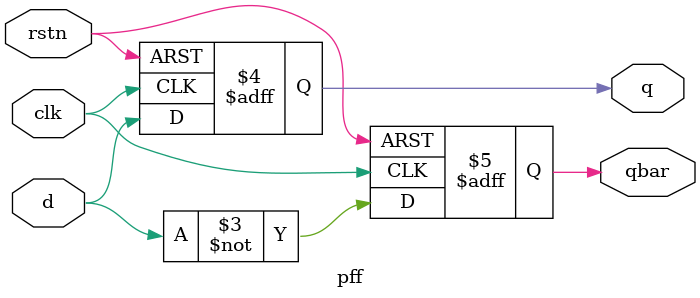
<source format=v>
module pff #(parameter FF_TYPE = "DFF") ( d, rstn, clk, q, qbar);
    input d, rstn, clk;
    output reg q, qbar;
    always @(posedge clk or negedge rstn) begin
       // qbar = ~q; Error: should'n mix between "=" and "<=" in the same always block
        if (~rstn)begin
            q <= 1'b0;
            qbar <=1;
            end
        else begin
            if (FF_TYPE == "DFF")begin
                q <= d;
                qbar <= ~d;
            end 
            else if (FF_TYPE == "TFF" && d)begin
                q <= ~q;
                qbar <= ~qbar;
                end
        end
    end

endmodule

</source>
